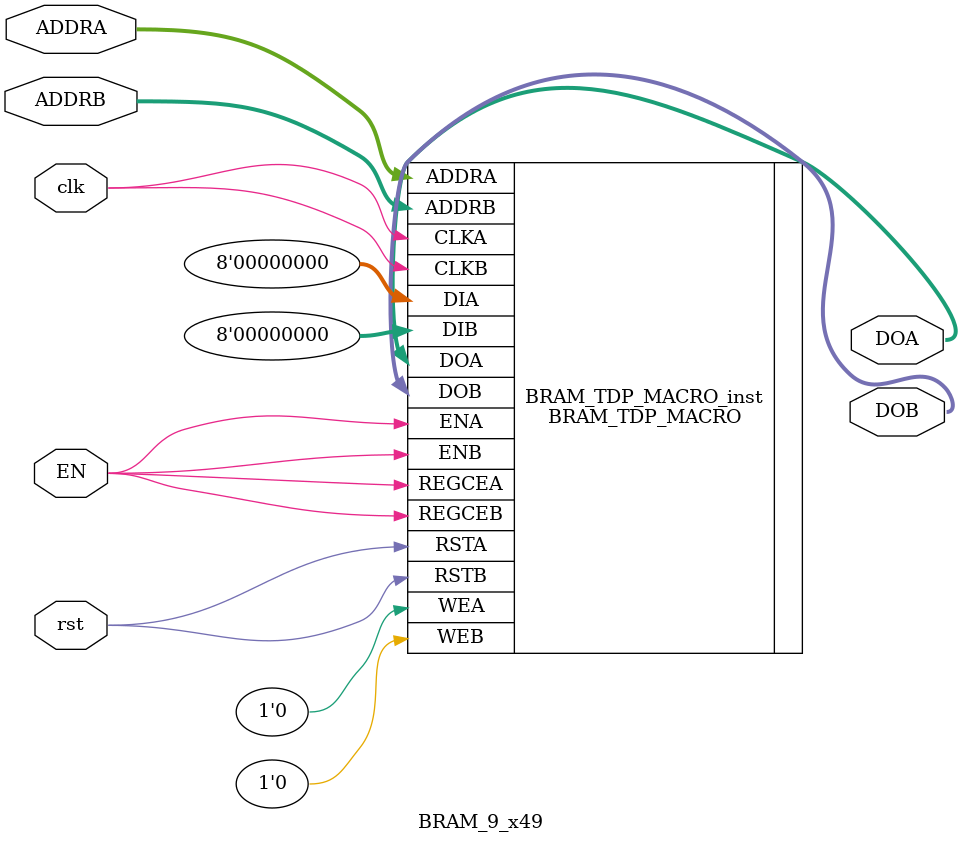
<source format=v>

module BRAM_9_x49(
    input [9:0] ADDRA,
    input [9:0] ADDRB,
    input clk,
    input rst, input EN,
    output [7:0] DOA,
    output [7:0] DOB
    );



// Spartan-6
// Xilinx HDL Libraries Guide, version 14.7
//////////////////////////////////////////////////////////////////////////
// DATA_WIDTH_A/B | BRAM_SIZE | RAM Depth | ADDRA/B Width | WEA/B Width //
// ===============|===========|===========|===============|=============//
// 19-36 | "18Kb" | 512 | 9-bit | 4-bit //
// 10-18 | "18Kb" | 1024 | 10-bit | 2-bit //
// 10-18 | "9Kb" | 512 | 9-bit | 2-bit //
// 5-9 | "18Kb" | 2048 | 11-bit | 1-bit //
// 5-9 | "9Kb" | 1024 | 10-bit | 1-bit //
// 3-4 | "18Kb" | 4096 | 12-bit | 1-bit //
// 3-4 | "9Kb" | 2048 | 11-bit | 1-bit //
// 2 | "18Kb" | 8192 | 13-bit | 1-bit //
// 2 | "9Kb" | 4096 | 12-bit | 1-bit //
// 1 | "18Kb" | 16384 | 14-bit | 1-bit //
// 1 | "9Kb" | 8192 | 12-bit | 1-bit //
//////////////////////////////////////////////////////////////////////////
BRAM_TDP_MACRO #(
	.BRAM_SIZE("9Kb"), // Target BRAM: "9Kb" or "18Kb"
	.DEVICE("SPARTAN6"), // Target device: "VIRTEX5", "VIRTEX6", "SPARTAN6"
	.DOA_REG(1), // Optional port A output register (0 or 1)
	.DOB_REG(1), // Optional port B output register (0 or 1)
	.INIT_A(36'h0123), // Initial values on port A output port
	.INIT_B(36'h3210), // Initial values on port B output port
	.INIT_FILE ("NONE"),
	.READ_WIDTH_A (8), // Valid values are 1-36
	.READ_WIDTH_B (8), // Valid values are 1-36
	.SIM_COLLISION_CHECK ("NONE"), // Collision check enable "ALL", "WARNING_ONLY",
	// "GENERATE_X_ONLY" or "NONE"
	.SRVAL_A(36'h00000000), // Set/Reset value for port A output
	.SRVAL_B(36'h00000000), // Set/Reset value for port B output
	.WRITE_MODE_A("WRITE_FIRST"), // "WRITE_FIRST", "READ_FIRST", or "NO_CHANGE"
	.WRITE_MODE_B("WRITE_FIRST"), // "WRITE_FIRST", "READ_FIRST", or "NO_CHANGE"
	.WRITE_WIDTH_A(8), // Valid values are 1-36
	.WRITE_WIDTH_B(8), // Valid values are 1-36
	
.INIT_00(256'h0E8D3600388D0000000000000000000083003600B50000000000000000000000),
.INIT_01(256'h3B64F8003B52CE00C136E500F700E50053E91D0053DF2B002436000012000000),
.INIT_02(256'hF7118A007D110000F99CBC00459C0000E6008A006C0000006500BC00D9000000),
.INIT_03(256'h8E4E279902489DA9FA92B417409438275D78E5BED17E5F8EA42976301E2FFA00),
.INIT_04(256'h1E969B42B20C8C630EBB5100B5005100A178A9210DE2BE005FBB0000E4000000),
.INIT_05(256'h30644E59AAC85978CF8DB4004200B4006A8A993AF0268E1B7B8D0000F6000000),
.INIT_06(256'hD0EEAE18C07405399A993E009D228200F39C9C7BE306375A57056F0050BED300),
.INIT_07(256'hE0F84AC8F664D1D9CBC56445CA78E87501ADBA8C1731219DC47EF762C5C37B52),
.INIT_08(256'hF97AC1F7CF7AF7F7F7F7F7F7F7F7F7F774F7C1F742F7F7F7F7F7F7F7F7F7F7F7),
.INIT_09(256'hCC930FF7CCA539F736C112F700F712F7A41EEAF7A428DCF7D3C1F7F7E5F7F7F7),
.INIT_0A(256'h00E67DF78AE6F7F70E6B4BF7B26BF7F711F77DF79BF7F7F792F74BF72EF7F7F7),
.INIT_0B(256'h79B9D06EF5BF6A5E0D6543E0B763CFD0AA8F12492689A87953DE81C7E9D80DF7),
.INIT_0C(256'hE9616CB545FB7B94F94CA6F742F7A6F7568F5ED6FA1549F7A84CF7F713F7F7F7),
.INIT_0D(256'hC793B9AE5D3FAE8F387A43F7B5F743F79D7D6ECD07D179EC8C7AF7F701F7F7F7),
.INIT_0E(256'h271959EF3783F2CE6D6EC9F76AD575F7046B6B8C14F1C0ADA0F298F7A74924F7),
.INIT_0F(256'h170FBD3F0193262E3C3293B23D8F1F82F65A4D7BE0C6D66A3389009532348CA5),
.INIT_10(256'hAC7AE500497A00000000000000000000D600E500330000000000000000000000),
.INIT_11(256'h6CD8B500C7965000D14EAD009F00AD00BBA2180010ECFD007C4E000032000000),
.INIT_12(256'hEEA8970079A8000042D2720030D2000046009700D100000090007200E2000000),
.INIT_13(256'h1FDDF9D894C13C8A56BF152C38A3357E640B2AA6EF17EFF45713C652390FE600),
.INIT_14(256'hAC6821F887A6A09C7AAAFE00D000FE00B48E43649F40C20084AA00002E000000),
.INIT_15(256'hAF09B23BCA89335FABE453004F0053001AEF7DA77F6FFCC3F8E400001C000000),
.INIT_16(256'hABE779CAF2298AAE4F17940097BDE60061D31B56381DE83263C56A00BB6F1800),
.INIT_17(256'h8D45C0C5C89761F34F6EE7388BD8C76A940F7127D1DDD011B0C2CA467474EA14),
.INIT_18(256'h5B8D12F7BE8DF7F7F7F7F7F7F7F7F7F721F712F7C4F7F7F7F7F7F7F7F7F7F7F7),
.INIT_19(256'h9B2F42F73061A7F726B95AF768F75AF74C55EFF7E71B0AF78BB9F7F7C5F7F7F7),
.INIT_1A(256'h195F60F78E5FF7F7B52585F7C725F7F7B1F760F726F7F7F767F785F715F7F7F7),
.INIT_1B(256'hE82A0E2F6336CB7DA148E2DBCF54C28993FCDD5118E01803A0E431A5CEF811F7),
.INIT_1C(256'h5B9FD60F7051576B8D5D09F727F709F74379B49368B735F7735DF7F7D9F7F7F7),
.INIT_1D(256'h58FE45CC3D7EC4A85C13A4F7B8F7A4F7ED188A5088980B340F13F7F7EBF7F7F7),
.INIT_1E(256'h5C108E3D05DE7D59B8E063F7604A11F79624ECA1CFEA1FC594329DF74C98EFF7),
.INIT_1F(256'h7AB237323F609604B89910CF7C2F309D63F886D0262A27E647353DB183831DE3),

	
	//===============================================================================
	
	.INIT_20(256'h0000000000000000000000000000000000000000000000000000000000000000),
	.INIT_21(256'h0000000000000000000000000000000000000000000000000000000000000000),
	.INIT_22(256'h0000000000000000000000000000000000000000000000000000000000000000),
	.INIT_23(256'h0000000000000000000000000000000000000000000000000000000000000000),
	.INIT_24(256'h0000000000000000000000000000000000000000000000000000000000000000),
	.INIT_25(256'h0000000000000000000000000000000000000000000000000000000000000000),
	.INIT_26(256'h0000000000000000000000000000000000000000000000000000000000000000),
	.INIT_27(256'h0000000000000000000000000000000000000000000000000000000000000000),
	.INIT_28(256'h0000000000000000000000000000000000000000000000000000000000000000),
	.INIT_29(256'h0000000000000000000000000000000000000000000000000000000000000000),
	.INIT_2A(256'h0000000000000000000000000000000000000000000000000000000000000000),
	.INIT_2B(256'h0000000000000000000000000000000000000000000000000000000000000000),
	.INIT_2C(256'h0000000000000000000000000000000000000000000000000000000000000000),
	.INIT_2D(256'h0000000000000000000000000000000000000000000000000000000000000000),
	.INIT_2E(256'h0000000000000000000000000000000000000000000000000000000000000000),
	.INIT_2F(256'h0000000000000000000000000000000000000000000000000000000000000000),
	.INIT_30(256'h0000000000000000000000000000000000000000000000000000000000000000),
	.INIT_31(256'h0000000000000000000000000000000000000000000000000000000000000000),
	.INIT_32(256'h0000000000000000000000000000000000000000000000000000000000000000),
	.INIT_33(256'h0000000000000000000000000000000000000000000000000000000000000000),
	.INIT_34(256'h0000000000000000000000000000000000000000000000000000000000000000),
	.INIT_35(256'h0000000000000000000000000000000000000000000000000000000000000000),
	.INIT_36(256'h0000000000000000000000000000000000000000000000000000000000000000),
	.INIT_37(256'h0000000000000000000000000000000000000000000000000000000000000000),
	.INIT_38(256'h0000000000000000000000000000000000000000000000000000000000000000),
	.INIT_39(256'h0000000000000000000000000000000000000000000000000000000000000000),
	.INIT_3A(256'h0000000000000000000000000000000000000000000000000000000000000000),
	.INIT_3B(256'h0000000000000000000000000000000000000000000000000000000000000000),
	.INIT_3C(256'h0000000000000000000000000000000000000000000000000000000000000000),
	.INIT_3D(256'h0000000000000000000000000000000000000000000000000000000000000000),
	.INIT_3E(256'h0000000000000000000000000000000000000000000000000000000000000000),
	.INIT_3F(256'h0000000000000000000000000000000000000000000000000000000000000000),


	// The next set of INITP_xx are for the parity bits
	.INITP_00(256'h0000000000000000000000000000000000000000000000000000000000000000),
	.INITP_01(256'h0000000000000000000000000000000000000000000000000000000000000000),
	.INITP_02(256'h0000000000000000000000000000000000000000000000000000000000000000),
	.INITP_03(256'h0000000000000000000000000000000000000000000000000000000000000000),
	// The next set of INITP_xx are for "18Kb" configuration only
	.INITP_04(256'h0000000000000000000000000000000000000000000000000000000000000000),
	.INITP_05(256'h0000000000000000000000000000000000000000000000000000000000000000),
	.INITP_06(256'h0000000000000000000000000000000000000000000000000000000000000000),
	.INITP_07(256'h0000000000000000000000000000000000000000000000000000000000000000)
) BRAM_TDP_MACRO_inst (
	.DOA(DOA), // Output port-A data, width defined by READ_WIDTH_A parameter
	.DOB(DOB), // Output port-B data, width defined by READ_WIDTH_B parameter
	.ADDRA(ADDRA), // Input port-A address, width defined by Port A depth
	.ADDRB(ADDRB), // Input port-B address, width defined by Port B depth
	.CLKA(clk), // 1-bit input port-A clock
	.CLKB(clk), // 1-bit input port-B clock
	.DIA(8'h0), // Input port-A data, width defined by WRITE_WIDTH_A parameter
	.DIB(8'h0), // Input port-B data, width defined by WRITE_WIDTH_B parameter
	.ENA(EN), // 1-bit input port-A enable
	.ENB(EN), // 1-bit input port-B enable
	.REGCEA(EN), // 1-bit input port-A output register enable
	.REGCEB(EN), // 1-bit input port-B output register enable
	.RSTA(rst), // 1-bit input port-A reset
	.RSTB(rst), // 1-bit input port-B reset
	.WEA(1'b0), // Input port-A write enable, width defined by Port A depth
	.WEB(1'b0) // Input port-B write enable, width defined by Port B depth
);
// End of BRAM_TDP_MACRO_inst instantiation
endmodule

</source>
